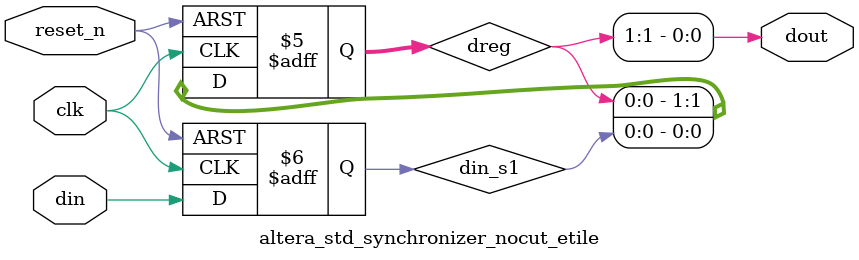
<source format=v>




// $Id: //acds/main/ip/sopc/components/primitives/altera_std_synchronizer/altera_std_synchronizer.v#8 $
// $Revision: #8 $
// $Date: 2009/02/18 $
// $Author: pscheidt $
//-----------------------------------------------------------------------------
//
// File: altera_std_synchronizer_nocut_etile.v
//
// Abstract: Single bit clock domain crossing synchronizer. Exactly the same
//           as altera_std_synchronizer.v, except that the embedded false
//           path constraint is removed in this module. If you use this
//           module, you will have to apply the appropriate timing
//           constraints.
//
//           We expect to make this a standard Quartus atom eventually.
//
//           Composed of two or more flip flops connected in series.
//           Random metastable condition is simulated when the
//           __ALTERA_STD__METASTABLE_SIM macro is defined.
//           Use +define+__ALTERA_STD__METASTABLE_SIM argument
//           on the Verilog simulator compiler command line to
//           enable this mode. In addition, define the macro
//           __ALTERA_STD__METASTABLE_SIM_VERBOSE to get console output
//           with every metastable event generated in the synchronizer.
//
// Copyright (C) Altera Corporation 2009, All Rights Reserved
//-----------------------------------------------------------------------------

`timescale 1ns / 1ns

module altera_std_synchronizer_nocut_etile (
                                clk,
                                reset_n,
                                din,
                                dout
                                );

   parameter depth = 3; // This value must be >= 2 !
   parameter rst_value = 0;

   input   clk;
   input   reset_n;
   input   din;
   output  dout;

   // QuartusII synthesis directives:
   //     1. Preserve all registers ie. do not touch them.
   //     2. Do not merge other flip-flops with synchronizer flip-flops.
   // QuartusII TimeQuest directives:
   //     1. Identify all flip-flops in this module as members of the synchronizer
   //        to enable automatic metastability MTBF analysis.

   (* altera_attribute = {"-name ADV_NETLIST_OPT_ALLOWED NEVER_ALLOW; -name DONT_MERGE_REGISTER ON; -name PRESERVE_REGISTER ON " } *) reg din_s1;

   (* altera_attribute = {"-name ADV_NETLIST_OPT_ALLOWED NEVER_ALLOW; -name DONT_MERGE_REGISTER ON; -name PRESERVE_REGISTER ON " } *) reg [depth-2:0] dreg;

   //synthesis translate_off
   initial begin
      if (depth <2) begin
         $display("%m: Error: synchronizer length: %0d less than 2.", depth);
      end
   end

   // the first synchronizer register is either a simple D flop for synthesis
   // and non-metastable simulation or a D flop with a method to inject random
   // metastable events resulting in random delay of [0,1] cycles

`ifdef __ALTERA_STD__METASTABLE_SIM

   reg[31:0]  RANDOM_SEED = 123456;
   wire  next_din_s1;
   wire  dout;
   reg   din_last;
   reg          random;
   event metastable_event; // hook for debug monitoring

   initial begin
      $display("%m: Info: Metastable event injection simulation mode enabled");
   end

   always @(posedge clk) begin
      if (reset_n == 0)
        random <= $random(RANDOM_SEED);
      else
        random <= $random;
   end

   assign next_din_s1 = (din_last ^ din) ? random : din;

   always @(posedge clk or negedge reset_n) begin
       if (reset_n == 0)
         din_last <= (rst_value == 0)? 1'b0 : 1'b1;
       else
         din_last <= din;
   end

   always @(posedge clk or negedge reset_n) begin
       if (reset_n == 0)
         din_s1 <= (rst_value == 0)? 1'b0 : 1'b1;
       else
         din_s1 <= next_din_s1;
   end

`else

   //synthesis translate_on
   generate if (rst_value == 0)
       always @(posedge clk or negedge reset_n) begin
           if (reset_n == 0)
             din_s1 <= 1'b0;
           else
             din_s1 <= din;
       end
   endgenerate

   generate if (rst_value == 1)
       always @(posedge clk or negedge reset_n) begin
           if (reset_n == 0)
             din_s1 <= 1'b1;
           else
             din_s1 <= din;
       end
   endgenerate
   //synthesis translate_off

`endif

`ifdef __ALTERA_STD__METASTABLE_SIM_VERBOSE
   always @(*) begin
      if (reset_n && (din_last != din) && (random != din)) begin
         $display("%m: Verbose Info: metastable event @ time %t", $time);
         ->metastable_event;
      end
   end
`endif

   //synthesis translate_on

   // the remaining synchronizer registers form a simple shift register
   // of length depth-1
   generate if (rst_value == 0)
      if (depth < 3) begin
         always @(posedge clk or negedge reset_n) begin
            if (reset_n == 0)
              dreg <= {depth-1{1'b0}};
            else
              dreg <= din_s1;
         end
      end else begin
         always @(posedge clk or negedge reset_n) begin
            if (reset_n == 0)
              dreg <= {depth-1{1'b0}};
            else
              dreg <= {dreg[depth-3:0], din_s1};
         end
      end
   endgenerate

   generate if (rst_value == 1)
      if (depth < 3) begin
         always @(posedge clk or negedge reset_n) begin
            if (reset_n == 0)
              dreg <= {depth-1{1'b1}};
            else
              dreg <= din_s1;
         end
      end else begin
         always @(posedge clk or negedge reset_n) begin
            if (reset_n == 0)
              dreg <= {depth-1{1'b1}};
            else
              dreg <= {dreg[depth-3:0], din_s1};
         end
      end
   endgenerate

   assign dout = dreg[depth-2];

endmodule

</source>
